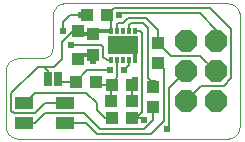
<source format=gtl>
G75*
G70*
%OFA0B0*%
%FSLAX24Y24*%
%IPPOS*%
%LPD*%
%AMOC8*
5,1,8,0,0,1.08239X$1,22.5*
%
%ADD10C,0.0000*%
%ADD11R,0.0394X0.0433*%
%ADD12R,0.0425X0.0413*%
%ADD13R,0.0118X0.0236*%
%ADD14R,0.1024X0.0591*%
%ADD15R,0.0394X0.0394*%
%ADD16R,0.0591X0.0433*%
%ADD17R,0.0433X0.0394*%
%ADD18R,0.0413X0.0425*%
%ADD19R,0.0250X0.0500*%
%ADD20OC8,0.0740*%
%ADD21C,0.0238*%
%ADD22C,0.0120*%
%ADD23C,0.0080*%
D10*
X002267Y003074D02*
X009233Y003074D01*
X009271Y003076D01*
X009309Y003081D01*
X009347Y003090D01*
X009383Y003102D01*
X009418Y003118D01*
X009451Y003136D01*
X009483Y003158D01*
X009513Y003182D01*
X009540Y003209D01*
X009564Y003239D01*
X009586Y003271D01*
X009604Y003304D01*
X009620Y003339D01*
X009632Y003375D01*
X009641Y003413D01*
X009646Y003451D01*
X009648Y003489D01*
X009649Y003489D02*
X009649Y007163D01*
X009647Y007202D01*
X009642Y007240D01*
X009633Y007278D01*
X009621Y007314D01*
X009605Y007350D01*
X009586Y007384D01*
X009564Y007416D01*
X009540Y007445D01*
X009512Y007473D01*
X009483Y007497D01*
X009451Y007519D01*
X009417Y007538D01*
X009381Y007554D01*
X009345Y007566D01*
X009307Y007575D01*
X009269Y007580D01*
X009230Y007582D01*
X003814Y007582D01*
X003776Y007579D01*
X003738Y007573D01*
X003701Y007563D01*
X003665Y007550D01*
X003630Y007534D01*
X003597Y007514D01*
X003566Y007492D01*
X003537Y007467D01*
X003510Y007439D01*
X003486Y007409D01*
X003465Y007377D01*
X003447Y007343D01*
X003433Y007307D01*
X003421Y007270D01*
X003413Y007233D01*
X003409Y007195D01*
X003408Y007156D01*
X003408Y006095D01*
X003409Y006095D02*
X003407Y006059D01*
X003401Y006023D01*
X003392Y005989D01*
X003379Y005955D01*
X003363Y005923D01*
X003343Y005893D01*
X003321Y005865D01*
X003295Y005839D01*
X003267Y005817D01*
X003237Y005797D01*
X003205Y005781D01*
X003171Y005768D01*
X003137Y005759D01*
X003101Y005753D01*
X003065Y005751D01*
X002257Y005751D01*
X002220Y005749D01*
X002183Y005744D01*
X002146Y005736D01*
X002111Y005724D01*
X002077Y005709D01*
X002044Y005690D01*
X002014Y005669D01*
X001985Y005646D01*
X001958Y005619D01*
X001935Y005590D01*
X001914Y005560D01*
X001895Y005527D01*
X001880Y005493D01*
X001868Y005458D01*
X001860Y005421D01*
X001855Y005384D01*
X001853Y005347D01*
X001853Y003488D01*
X001855Y003450D01*
X001860Y003412D01*
X001869Y003375D01*
X001881Y003338D01*
X001896Y003303D01*
X001915Y003270D01*
X001937Y003239D01*
X001961Y003209D01*
X001988Y003182D01*
X002018Y003158D01*
X002049Y003136D01*
X002082Y003117D01*
X002117Y003102D01*
X002154Y003090D01*
X002191Y003081D01*
X002229Y003076D01*
X002267Y003074D01*
D11*
X004176Y004963D03*
X004845Y004963D03*
X005377Y004865D03*
X006046Y004865D03*
X006046Y003763D03*
X005377Y003763D03*
X005239Y007208D03*
X004570Y007208D03*
D12*
X004767Y006548D03*
X004767Y005859D03*
D13*
X005357Y005692D03*
X005554Y005692D03*
X005751Y005692D03*
X005948Y005692D03*
X006145Y005692D03*
X006145Y006676D03*
X005948Y006676D03*
X005751Y006676D03*
X005554Y006676D03*
X005357Y006676D03*
D14*
X005751Y006184D03*
D15*
X004274Y005731D03*
X004274Y006656D03*
D16*
X003841Y004255D03*
X003841Y003586D03*
X002463Y003586D03*
X002463Y004255D03*
D17*
X006755Y004117D03*
X006755Y004786D03*
X006932Y005593D03*
X006932Y006263D03*
D18*
X006056Y004314D03*
X005367Y004314D03*
D19*
X003605Y005062D03*
X003251Y005062D03*
D20*
X007849Y005318D03*
X008849Y005318D03*
X008849Y006318D03*
X007849Y006318D03*
X007849Y004318D03*
X008849Y004318D03*
D21*
X007208Y003389D03*
X006460Y003704D03*
X006755Y004924D03*
X006164Y005042D03*
X005790Y005357D03*
X005318Y005357D03*
X004767Y005672D03*
X005357Y006184D03*
X005751Y006184D03*
X006145Y006184D03*
X005633Y007188D03*
X004373Y007208D03*
X003763Y006656D03*
X004019Y006204D03*
D22*
X004383Y006548D02*
X004767Y006548D01*
X004757Y006538D01*
X004767Y006548D02*
X004836Y006676D01*
X005357Y006676D01*
X006145Y006184D02*
X006145Y005692D01*
X004767Y005672D02*
X004767Y005859D01*
X004402Y005859D01*
X004274Y005731D01*
X004383Y006548D02*
X004274Y006656D01*
D23*
X004078Y006656D01*
X003723Y006302D01*
X003723Y005731D01*
X003467Y005475D01*
X003113Y005475D01*
X003251Y005337D01*
X003251Y005062D01*
X003605Y005062D02*
X003684Y004963D01*
X004176Y004963D01*
X004570Y005357D01*
X005318Y005357D01*
X005554Y005141D02*
X005377Y004865D01*
X004944Y004865D01*
X004845Y004963D01*
X004530Y004609D02*
X004885Y004255D01*
X004885Y004038D01*
X005160Y003763D01*
X005377Y003763D01*
X005003Y003389D02*
X006460Y003389D01*
X006755Y003684D01*
X006755Y004117D01*
X006400Y003960D02*
X006204Y003763D01*
X006046Y003763D01*
X006400Y003763D01*
X006460Y003704D01*
X006400Y003960D02*
X006400Y006597D01*
X006322Y006676D01*
X006145Y006676D01*
X005948Y006676D02*
X005948Y006853D01*
X006026Y006932D01*
X006420Y006932D01*
X006578Y006774D01*
X006578Y005101D01*
X006755Y004924D01*
X006755Y004786D01*
X007306Y004774D02*
X007306Y003487D01*
X007208Y003389D01*
X007109Y003664D02*
X007109Y005416D01*
X006932Y005593D01*
X007365Y005830D02*
X006932Y006263D01*
X006932Y006696D01*
X006538Y007089D01*
X005928Y007089D01*
X005771Y006932D01*
X005593Y006932D01*
X005554Y006893D01*
X005554Y006676D01*
X005357Y006676D02*
X005357Y007050D01*
X005239Y007208D01*
X005456Y007424D01*
X008664Y007424D01*
X009373Y006715D01*
X009373Y005082D01*
X009117Y004826D01*
X008357Y004826D01*
X007849Y004318D01*
X007306Y004774D02*
X007849Y005318D01*
X007365Y005830D02*
X008337Y005830D01*
X008849Y005318D01*
X008849Y006318D02*
X008849Y006708D01*
X008310Y007247D01*
X005692Y007247D01*
X005633Y007188D01*
X005377Y007345D02*
X005239Y007208D01*
X004570Y007208D02*
X004373Y007208D01*
X003999Y007208D01*
X003763Y006971D01*
X003763Y006656D01*
X004019Y006204D02*
X005023Y006204D01*
X005101Y006125D01*
X005101Y005810D01*
X005219Y005692D01*
X005357Y005692D01*
X005554Y005692D02*
X005554Y005141D01*
X005367Y004954D02*
X005377Y004865D01*
X005367Y004954D02*
X005367Y004314D01*
X006056Y004314D02*
X006056Y004954D01*
X006046Y004865D01*
X006164Y005042D01*
X005790Y005357D02*
X005948Y005515D01*
X005948Y005692D01*
X004530Y004609D02*
X002818Y004609D01*
X002463Y004255D01*
X002112Y003920D02*
X002030Y004001D01*
X002030Y004589D01*
X002916Y005475D01*
X003113Y005475D01*
X003172Y004255D02*
X002837Y003920D01*
X002112Y003920D01*
X002463Y003586D02*
X002818Y003586D01*
X003152Y003920D01*
X004471Y003920D01*
X005003Y003389D01*
X004885Y003231D02*
X006676Y003231D01*
X007109Y003664D01*
X004885Y003231D02*
X004530Y003586D01*
X003841Y003586D01*
X003841Y004255D02*
X003172Y004255D01*
M02*

</source>
